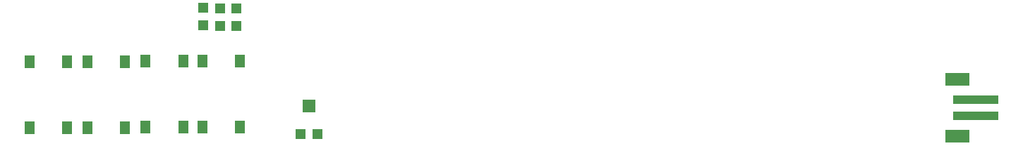
<source format=gtp>
G75*
%MOIN*%
%OFA0B0*%
%FSLAX24Y24*%
%IPPOS*%
%LPD*%
%AMOC8*
5,1,8,0,0,1.08239X$1,22.5*
%
%ADD10R,0.2165X0.0394*%
%ADD11R,0.1181X0.0630*%
%ADD12R,0.0512X0.0610*%
%ADD13R,0.0472X0.0472*%
%ADD14R,0.0591X0.0630*%
D10*
X046213Y002503D03*
X046213Y003290D03*
D11*
X045328Y004235D03*
X045328Y001558D03*
D12*
X001509Y001952D03*
X003280Y001952D03*
X004245Y001952D03*
X006017Y001952D03*
X006981Y001971D03*
X008753Y001971D03*
X009668Y001981D03*
X011440Y001981D03*
X011440Y005111D03*
X009668Y005111D03*
X008753Y005101D03*
X006981Y005101D03*
X006017Y005082D03*
X004245Y005082D03*
X003280Y005082D03*
X001509Y005082D03*
D13*
X009688Y006804D03*
X010505Y006784D03*
X011263Y006784D03*
X011263Y007611D03*
X010505Y007611D03*
X009688Y007631D03*
X014304Y001656D03*
X015091Y001656D03*
D14*
X014698Y002965D03*
M02*

</source>
